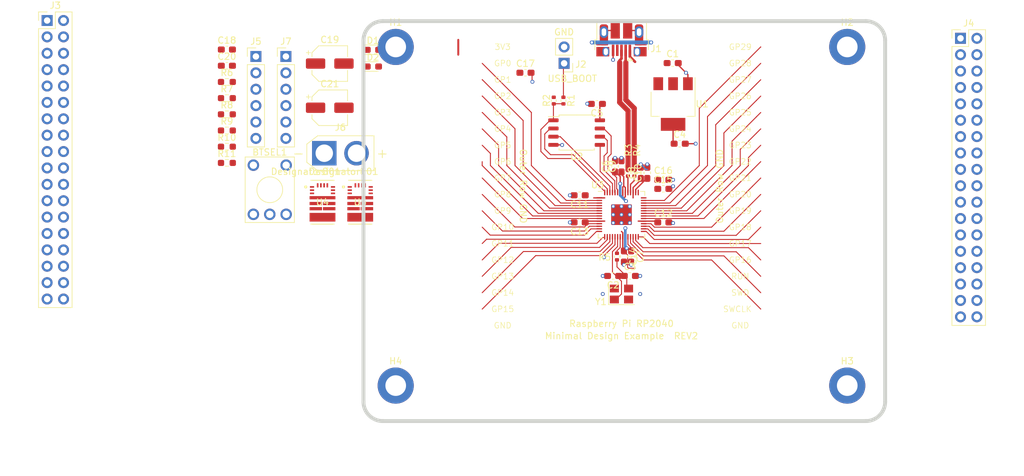
<source format=kicad_pcb>
(kicad_pcb (version 20240108) (generator "pcbnew") (generator_version "8.0")
  (title_block (title "RP2040 Minimal Design Example") (date "2024-01-16") (rev "REV2") (company "Raspberry Pi Ltd"))
  (layers (0 "F.Cu" signal) (31 "B.Cu" signal) (34 "B.Paste" user) (35 "F.Paste" user) (36 "B.SilkS" user "B.Silkscreen") (37 "F.SilkS" user "F.Silkscreen") (38 "B.Mask" user) (39 "F.Mask" user) (44 "Edge.Cuts" user))
  (net 0 "")
  (net 1 "GND")
  (net 2 "VBUS")
  (net 3 "/XIN")
  (net 4 "/XOUT")
  (net 5 "+3V3")
  (net 6 "+1V1")
  (net 8 "/~{USB_BOOT}")
  (net 9 "/GPIO15")
  (net 10 "/GPIO14")
  (net 11 "/GPIO13")
  (net 12 "/USB_BOOT")
  (net 13 "/GPIO11")
  (net 14 "/GPIO10")
  (net 15 "/GPIO9")
  (net 16 "/GPIO8")
  (net 17 "/GPIO7")
  (net 18 "/GPIO6")
  (net 19 "/GPIO5")
  (net 20 "/GPIO4")
  (net 21 "/GPIO3")
  (net 22 "/GPIO2")
  (net 23 "/GPIO1")
  (net 24 "/GPIO0")
  (net 25 "/GPIO29_ADC3")
  (net 26 "/GPIO28_ADC2")
  (net 27 "/GPIO27_ADC1")
  (net 28 "/GPIO26_ADC0")
  (net 29 "/GPIO25")
  (net 30 "/GPIO24")
  (net 31 "/GPIO23")
  (net 32 "/GPIO22")
  (net 33 "/GPIO21")
  (net 34 "/GPIO20")
  (net 35 "/GPIO19")
  (net 36 "/GPIO18")
  (net 37 "VM")
  (net 38 "/GPIO16")
  (net 39 "/RUN")
  (net 40 "/SWD")
  (net 41 "/SWCLK")
  (net 42 "/QSPI_SS")
  (net 43 "Net-(U3-USB_DP)")
  (net 44 "Net-(U3-USB_DM)")
  (net 45 "/QSPI_SD3")
  (net 46 "/QSPI_SCLK")
  (net 47 "/QSPI_SD0")
  (net 48 "/QSPI_SD2")
  (net 49 "/QSPI_SD1")
  (net 50 "/USB_D+")
  (net 51 "/USB_D-")
  (net 52 "Net-(C3-Pad1)")
  (net 53 "Net-(D1-K)")
  (net 54 "Net-(D2-K)")
  (net 55 "Net-(J5-Pin_5)")
  (net 56 "Net-(J5-Pin_6)")
  (net 57 "Net-(J7-Pin_6)")
  (net 58 "Net-(J7-Pin_5)")
  (net 59 "Net-(U4-SR)")
  (net 60 "Net-(U5-SR)")
  (footprint "Capacitor_SMD:C_0603_1608Metric_Pad1.08x0.95mm_HandSolder" (layer "F.Cu") (at 109.025 89)
    (property "Reference" "C4")
    (property "Value" "10u")
  )
  (footprint "RP2040_minimal:USB_Micro-B_Amphenol_10103594-0001LF_Horizontal_modified" (layer "F.Cu") (at 100 71.7 180)
    (property "Reference" "J1")
    (property "Value" "USB_B_Micro")
  )
  (footprint "Connector_PinHeader_2.54mm:PinHeader_1x02_P2.54mm_Vertical" (layer "F.Cu") (at 91.11 76.54 180)
    (property "Reference" "J2")
    (property "Value" "Conn_01x02")
  )
  (footprint "Connector_PinHeader_2.54mm:PinHeader_2x18_P2.54mm_Vertical" (layer "F.Cu") (at 10.96 69.9)
    (property "Reference" "J3")
    (property "Value" "Conn_02x18_Odd_Even")
  )
  (footprint "Capacitor_SMD:C_0603_1608Metric_Pad1.08x0.95mm_HandSolder" (layer "F.Cu") (at 104 93.515 90)
    (property "Reference" "C10")
    (property "Value" "1u")
  )
  (footprint "Capacitor_SMD:C_0603_1608Metric_Pad1.08x0.95mm_HandSolder" (layer "F.Cu") (at 103 93.515 90)
    (property "Reference" "C8")
    (property "Value" "1u")
  )
  (footprint "Capacitor_SMD:C_0603_1608Metric_Pad1.08x0.95mm_HandSolder" (layer "F.Cu") (at 93.515 101.2 180)
    (property "Reference" "C13")
    (property "Value" "100n")
  )
  (footprint "Capacitor_SMD:C_0603_1608Metric_Pad1.08x0.95mm_HandSolder" (layer "F.Cu") (at 96.185 82.83 180)
    (property "Reference" "C5")
    (property "Value" "100n")
  )
  (footprint "Resistor_SMD:R_0402_1005Metric" (layer "F.Cu") (at 89.5 82.315 -90)
    (property "Reference" "R2")
    (property "Value" "DNF")
  )
  (footprint "Connector_PinHeader_2.54mm:PinHeader_2x18_P2.54mm_Vertical" (layer "F.Cu") (at 152.56 72.66)
    (property "Reference" "J4")
    (property "Value" "Conn_02x18_Odd_Even")
  )
  (footprint "Package_TO_SOT_SMD:SOT-223-3_TabPin2" (layer "F.Cu") (at 108 82.85 -90)
    (property "Reference" "U1")
    (property "Value" "NCP1117-3.3_SOT223")
  )
  (footprint "Package_SO:SOIC-8_5.23x5.23mm_P1.27mm" (layer "F.Cu") (at 93.05 87.275)
    (property "Reference" "U2")
    (property "Value" "W25Q128JVS")
  )
  (footprint "Resistor_SMD:R_0402_1005Metric" (layer "F.Cu") (at 91 82.315 90)
    (property "Reference" "R1")
    (property "Value" "1k")
  )
  (footprint "Capacitor_SMD:C_0603_1608Metric_Pad1.08x0.95mm_HandSolder" (layer "F.Cu") (at 100 92.515 90)
    (property "Reference" "C9")
    (property "Value" "100n")
  )
  (footprint "Capacitor_SMD:C_0603_1608Metric_Pad1.08x0.95mm_HandSolder" (layer "F.Cu") (at 106.485 101.2)
    (property "Reference" "C12")
    (property "Value" "100n")
  )
  (footprint "Capacitor_SMD:C_0603_1608Metric_Pad1.08x0.95mm_HandSolder" (layer "F.Cu") (at 100.381 106.485 -90)
    (property "Reference" "C14")
    (property "Value" "100n")
  )
  (footprint "Resistor_SMD:R_0402_1005Metric" (layer "F.Cu") (at 101 93.515 -90)
    (property "Reference" "R3")
    (property "Value" "27")
  )
  (footprint "Capacitor_SMD:C_0603_1608Metric_Pad1.08x0.95mm_HandSolder" (layer "F.Cu") (at 101.5 106.485 -90)
    (property "Reference" "C7")
    (property "Value" "100n")
  )
  (footprint "Capacitor_SMD:C_0603_1608Metric_Pad1.08x0.95mm_HandSolder" (layer "F.Cu") (at 107.9375 76.5)
    (property "Reference" "C1")
    (property "Value" "10u")
  )
  (footprint "Capacitor_SMD:C_0603_1608Metric_Pad1.08x0.95mm_HandSolder" (layer "F.Cu") (at 93.515 97 180)
    (property "Reference" "C11")
    (property "Value" "100n")
  )
  (footprint "Capacitor_SMD:C_0603_1608Metric_Pad1.08x0.95mm_HandSolder" (layer "F.Cu") (at 106.485 94.6)
    (property "Reference" "C16")
    (property "Value" "100n")
  )
  (footprint "RP2040_minimal:RP2040-QFN-56" (layer "F.Cu") (at 100 100)
    (property "Reference" "U3")
    (property "Value" "RP2040")
  )
  (footprint "MountingHole:MountingHole_3.2mm_M3_DIN965_Pad_TopBottom" (layer "F.Cu") (at 135 74)
    (property "Reference" "H2")
    (property "Value" "MountingHole")
  )
  (footprint "Resistor_SMD:R_0402_1005Metric" (layer "F.Cu") (at 102 93.515 -90)
    (property "Reference" "R4")
    (property "Value" "27")
  )
  (footprint "MountingHole:MountingHole_3.2mm_M3_DIN965_Pad_TopBottom" (layer "F.Cu") (at 135 126.5)
    (property "Reference" "H3")
    (property "Value" "MountingHole")
  )
  (footprint "Capacitor_SMD:C_0603_1608Metric_Pad1.08x0.95mm_HandSolder" (layer "F.Cu") (at 99 92.515 90)
    (property "Reference" "C6")
    (property "Value" "100n")
  )
  (footprint "Capacitor_SMD:C_0603_1608Metric_Pad1.08x0.95mm_HandSolder" (layer "F.Cu") (at 106.485 96)
    (property "Reference" "C15")
    (property "Value" "100n")
  )
  (footprint "MountingHole:MountingHole_3.2mm_M3_DIN965_Pad_TopBottom" (layer "F.Cu") (at 65 74)
    (property "Reference" "H1")
    (property "Value" "MountingHole")
  )
  (footprint "MountingHole:MountingHole_3.2mm_M3_DIN965_Pad_TopBottom" (layer "F.Cu") (at 65 126.5)
    (property "Reference" "H4")
    (property "Value" "MountingHole")
  )
  (footprint "Capacitor_SMD:C_0603_1608Metric_Pad1.08x0.95mm_HandSolder" (layer "F.Cu") (at 85.115 78)
    (property "Reference" "C17")
    (property "Value" "10u")
  )
  (footprint "Capacitor_SMD:C_0603_1608Metric_Pad1.08x0.95mm_HandSolder" (layer "F.Cu") (at 38.824997 74.405)
    (property "Reference" "C18")
    (property "Value" "0.1u")
  )
  (footprint "Connector_PinHeader_2.54mm:PinHeader_1x06_P2.54mm_Vertical" (layer "F.Cu") (at 43.324997 75.475)
    (property "Reference" "J5")
    (property "Value" "Conn_01x06_Pin")
  )
  (footprint "Button_Switch_THT:KSA_Tactile_SPST" (layer "F.Cu") (at 42.934997 92.33)
    (property "Reference" "BTSEL1")
    (property "Value" "SW_Push")
  )
  (footprint "Capacitor_SMD:C_0603_1608Metric_Pad1.08x0.95mm_HandSolder" (layer "F.Cu") (at 98.7 109.5 180)
    (property "Reference" "C2")
    (property "Value" "15p")
  )
  (footprint "LED_SMD:LED_0603_1608Metric_Pad1.05x0.95mm_HandSolder" (layer "F.Cu") (at 61.469997 74.445)
    (property "Reference" "D1")
    (property "Value" "LED")
  )
  (footprint "Capacitor_SMD:CP_Elec_5x5.4" (layer "F.Cu") (at 54.774997 76.575)
    (property "Reference" "C19")
    (property "Value" "10u")
  )
  (footprint "Resistor_SMD:R_0603_1608Metric_Pad0.98x0.95mm_HandSolder" (layer "F.Cu") (at 38.824997 81.935)
    (property "Reference" "R7")
    (property "Value" "2k")
  )
  (footprint "Capacitor_SMD:C_0603_1608Metric_Pad1.08x0.95mm_HandSolder" (layer "F.Cu") (at 101.3 109.5)
    (property "Reference" "C3")
    (property "Value" "15p")
  )
  (footprint "Resistor_SMD:R_0603_1608Metric_Pad0.98x0.95mm_HandSolder" (layer "F.Cu") (at 38.824997 86.955)
    (property "Reference" "R9")
    (property "Value" "R")
  )
  (footprint "Crystal:Crystal_SMD_3225-4Pin_3.2x2.5mm" (layer "F.Cu") (at 100 112.3)
    (property "Reference" "Y1")
    (property "Value" "ABM8-272-T3")
  )
  (footprint "Capacitor_SMD:CP_Elec_5x5.4" (layer "F.Cu") (at 54.774997 83.425)
    (property "Reference" "C21")
    (property "Value" "10u")
  )
  (footprint "Resistor_SMD:R_0603_1608Metric_Pad0.98x0.95mm_HandSolder" (layer "F.Cu") (at 38.824997 89.465)
    (property "Reference" "R10")
    (property "Value" "430")
  )
  (footprint "Capacitor_SMD:C_0603_1608Metric_Pad1.08x0.95mm_HandSolder" (layer "F.Cu") (at 38.824997 76.915)
    (property "Reference" "C20")
    (property "Value" "0.1u")
  )
  (footprint "Resistor_SMD:R_0603_1608Metric_Pad0.98x0.95mm_HandSolder" (layer "F.Cu") (at 38.824997 79.425)
    (property "Reference" "R6")
    (property "Value" "R")
  )
  (footprint "Resistor_SMD:R_0603_1608Metric_Pad0.98x0.95mm_HandSolder" (layer "F.Cu") (at 38.824997 91.975)
    (property "Reference" "R11")
    (property "Value" "430")
  )
  (footprint "Connector_PinHeader_2.54mm:PinHeader_1x06_P2.54mm_Vertical" (layer "F.Cu") (at 47.974997 75.475)
    (property "Reference" "J7")
    (property "Value" "Conn_01x06_Pin")
  )
  (footprint "Connector_AMASS:AMASS_XT30U-M_1x02_P5.0mm_Vertical" (layer "F.Cu") (at 53.924997 90.475)
    (property "Reference" "J6")
    (property "Value" "Conn_01x02")
  )
  (footprint "Resistor_SMD:R_0402_1005Metric" (layer "F.Cu") (at 99.3 106.5 -90)
    (property "Reference" "R5")
    (property "Value" "1k")
  )
  (footprint "footprints:RXZ0016A-MFG" (layer "F.Cu") (at 59.5 98.075001)
    (property "Reference" "U5")
    (property "Value" "DRV8245HQRXZRQ1")
  )
  (footprint "Resistor_SMD:R_0603_1608Metric_Pad0.98x0.95mm_HandSolder" (layer "F.Cu") (at 38.824997 84.445)
    (property "Reference" "R8")
    (property "Value" "2k")
  )
  (footprint "LED_SMD:LED_0603_1608Metric_Pad1.05x0.95mm_HandSolder" (layer "F.Cu") (at 61.469997 77.035)
    (property "Reference" "D2")
    (property "Value" "LED")
  )
  (footprint "footprints:RXZ0016A-MFG" (layer "F.Cu") (at 53.649998 98.075001)
    (property "Reference" "U4")
    (property "Value" "DRV8245HQRXZRQ1")
  )
  (gr_line (start 137.87868 132) (end 63 132) (stroke (width 0.6)) (layer "Edge.Cuts"))
  (gr_line (start 140.87868 73) (end 140.87868 129) (stroke (width 0.6)) (layer "Edge.Cuts"))
  (gr_line (start 63 70) (end 137.87868 70) (stroke (width 0.6)) (layer "Edge.Cuts"))
  (gr_line (start 60 129) (end 60 73) (stroke (width 0.6)) (layer "Edge.Cuts"))
  (gr_arc (start 140.87868 129) (mid 140 131.12132) (end 137.87868 132) (stroke (width 0.6)) (layer "Edge.Cuts"))
  (gr_arc (start 137.87868 70) (mid 140 70.87868) (end 140.87868 73) (stroke (width 0.6)) (layer "Edge.Cuts"))
  (gr_arc (start 60 73) (mid 60.87868 70.87868) (end 63 70) (stroke (width 0.6)) (layer "Edge.Cuts"))
  (gr_arc (start 63 132) (mid 60.87868 131.12132) (end 60 129) (stroke (width 0.6)) (layer "Edge.Cuts"))
  (gr_text "GP1" (at 81.585 79.08 0) (layer "F.SilkS") (effects (font (size 0.9 0.9) (thickness 0.1))))
  (gr_text "GP2" (at 81.585 81.62 0) (layer "F.SilkS") (effects (font (size 0.9 0.9) (thickness 0.1))))
  (gr_text "GP3" (at 81.585 84.16 0) (layer "F.SilkS") (effects (font (size 0.9 0.9) (thickness 0.1))))
  (gr_text "GP4" (at 81.585 86.7 0) (layer "F.SilkS") (effects (font (size 0.9 0.9) (thickness 0.1))))
  (gr_text "GP5" (at 81.585 89.24 0) (layer "F.SilkS") (effects (font (size 0.9 0.9) (thickness 0.1))))
  (gr_text "GP6" (at 81.585 91.78 0) (layer "F.SilkS") (effects (font (size 0.9 0.9) (thickness 0.1))))
  (gr_text "GP7" (at 81.585 94.32 0) (layer "F.SilkS") (effects (font (size 0.9 0.9) (thickness 0.1))))
  (gr_text "GP8" (at 81.585 96.86 0) (layer "F.SilkS") (effects (font (size 0.9 0.9) (thickness 0.1))))
  (gr_text "GP9" (at 81.585 99.4 0) (layer "F.SilkS") (effects (font (size 0.9 0.9) (thickness 0.1))))
  (gr_text "GP11" (at 81.585 104.48 0) (layer "F.SilkS") (effects (font (size 0.9 0.9) (thickness 0.1))))
  (gr_text "GP10" (at 81.585 101.94 0) (layer "F.SilkS") (effects (font (size 0.9 0.9) (thickness 0.1))))
  (gr_text "GP12" (at 81.585 107.02 0) (layer "F.SilkS") (effects (font (size 0.9 0.9) (thickness 0.1))))
  (gr_text "GP13" (at 81.585 109.56 0) (layer "F.SilkS") (effects (font (size 0.9 0.9) (thickness 0.1))))
  (gr_text "GP15" (at 81.585 114.64 0) (layer "F.SilkS") (effects (font (size 0.9 0.9) (thickness 0.1))))
  (gr_text "GP14" (at 81.585 112.1 0) (layer "F.SilkS") (effects (font (size 0.9 0.9) (thickness 0.1))))
  (gr_text "GP28" (at 118.415 76.54 0) (layer "F.SilkS") (effects (font (size 0.9 0.9) (thickness 0.1))))
  (gr_text "GP27" (at 118.415 79.08 0) (layer "F.SilkS") (effects (font (size 0.9 0.9) (thickness 0.1))))
  (gr_text "GP26" (at 118.415 81.62 0) (layer "F.SilkS") (effects (font (size 0.9 0.9) (thickness 0.1))))
  (gr_text "GP25" (at 118.415 84.16 0) (layer "F.SilkS") (effects (font (size 0.9 0.9) (thickness 0.1))))
  (gr_text "GP24" (at 118.415 86.7 0) (layer "F.SilkS") (effects (font (size 0.9 0.9) (thickness 0.1))))
  (gr_text "GP23" (at 118.415 89.24 0) (layer "F.SilkS") (effects (font (size 0.9 0.9) (thickness 0.1))))
  (gr_text "GP21" (at 118.415 94.32 0) (layer "F.SilkS") (effects (font (size 0.9 0.9) (thickness 0.1))))
  (gr_text "GP20" (at 118.415 96.86 0) (layer "F.SilkS") (effects (font (size 0.9 0.9) (thickness 0.1))))
  (gr_text "GP19" (at 118.415 99.4 0) (layer "F.SilkS") (effects (font (size 0.9 0.9) (thickness 0.1))))
  (gr_text "GP17" (at 118.415 104.48 0) (layer "F.SilkS") (effects (font (size 0.9 0.9) (thickness 0.1))))
  (gr_text "GP22" (at 118.415 91.78 0) (layer "F.SilkS") (effects (font (size 0.9 0.9) (thickness 0.1))))
  (gr_text "GP18" (at 118.415 101.94 0) (layer "F.SilkS") (effects (font (size 0.9 0.9) (thickness 0.1))))
  (gr_text "SWCLK" (at 117.9705 114.64 0) (layer "F.SilkS") (effects (font (size 0.9 0.9) (thickness 0.1))))
  (gr_text "SWD" (at 118.415 112.1 0) (layer "F.SilkS") (effects (font (size 0.9 0.9) (thickness 0.1))))
  (gr_text "GP16" (at 118.415 107.02 0) (layer "F.SilkS") (effects (font (size 0.9 0.9) (thickness 0.1))))
  (gr_text "RUN" (at 118.415 109.56 0) (layer "F.SilkS") (effects (font (size 0.9 0.9) (thickness 0.1))))
  (gr_text "GND" (at 81.585 117.18 0) (layer "F.SilkS") (effects (font (size 0.9 0.9) (thickness 0.1))))
  (gr_text "GND" (at 118.415 117.18 0) (layer "F.SilkS") (effects (font (size 0.9 0.9) (thickness 0.1))))
  (gr_text "GP29" (at 118.415 74 0) (layer "F.SilkS") (effects (font (size 0.9 0.9) (thickness 0.1))))
  (gr_text "Outer Row GND" (at 84.76 95.59 270) (layer "F.SilkS") (effects (font (size 1 1))))
  (gr_text "Outer Row GND" (at 115.24 95.59 90) (layer "F.SilkS") (effects (font (size 1 1))))
  (gr_text "Raspberry Pi RP2040" (at 100 116.9 0) (layer "F.SilkS") (effects (font (size 1 1))))
  (gr_text "Minimal Design Example  REV2" (at 100 118.8 0) (layer "F.SilkS") (effects (font (size 1 1))))
  (gr_text "GND" (at 91.1 71.7 0) (layer "F.SilkS") (effects (font (size 1 1))))
  (gr_text "GP0" (at 81.585 76.54 0) (layer "F.SilkS") (effects (font (size 0.9 0.9) (thickness 0.1))))
  (gr_text "3V3" (at 81.585 74 0) (layer "F.SilkS") (effects (font (size 0.9 0.9) (thickness 0.1))))
  (gr_text "\nUSB_BOOT" (at 92.38 78.1 0) (layer "F.SilkS") (effects (font (size 1 1))))
  (segment (start 93.03 101.2) (end 92 101.2) (width 0.2) (layer "F.Cu") (net 1))
  (segment (start 104 93.03) (end 104 92.2) (width 0.2) (layer "F.Cu") (net 1))
  (segment (start 106.97 101.2) (end 107.075 101.305) (width 0.2) (layer "F.Cu") (net 1))
  (segment (start 106.97 94.6) (end 108 94.6) (width 0.2) (layer "F.Cu") (net 1))
  (segment (start 98.7 74.6) (end 98.7 76) (width 0.2) (layer "F.Cu") (net 1))
  (segment (start 107.075 101.305) (end 108 101.305) (width 0.2) (layer "F.Cu") (net 1))
  (segment (start 110.3 79.7) (end 110.3 78.3) (width 0.2) (layer "F.Cu") (net 1))
  (segment (start 102.46 71.45) (end 102.73 71.72) (width 0.2) (layer "F.Cu") (net 1))
  (segment (start 110.3 78.3) (end 110 78) (width 0.2) (layer "F.Cu") (net 1))
  (segment (start 95.375 82.8) (end 94.7 82.8) (width 0.2) (layer "F.Cu") (net 1))
  (segment (start 101.5 106.97) (end 101.5 107.782004) (width 0.2) (layer "F.Cu") (net 1))
  (segment (start 106.97 96) (end 107.6 96) (width 0.15) (layer "F.Cu") (net 1))
  (segment (start 97.54 71.45) (end 97.27 71.72) (width 0.2) (layer "F.Cu") (net 1))
  (segment (start 108.875 76.875) (end 110 78) (width 0.2) (layer "F.Cu") (net 1))
  (segment (start 89.45 89.18) (end 90.78 89.18) (width 0.2) (layer "F.Cu") (net 1))
  (segment (start 86.14 78) (end 86.14 79.35) (width 0.15) (layer "F.Cu") (net 1))
  (segment (start 110.05 89) (end 111.5 89) (width 0.2) (layer "F.Cu") (net 1))
  (segment (start 99 104.6545) (end 99 103.4375) (width 0.15) (layer "F.Cu") (net 1))
  (segment (start 99.04 71.45) (end 97.54 71.45) (width 0.2) (layer "F.Cu") (net 1))
  (segment (start 97.3 106.6) (end 97.3 106.3545) (width 0.15) (layer "F.Cu") (net 1))
  (segment (start 99 92.03) (end 99 91.200008) (width 0.2) (layer "F.Cu") (net 1))
  (segment (start 107.6 96) (end 108 95.6) (width 0.15) (layer "F.Cu") (net 1))
  (segment (start 95.7 82.83) (end 95.405 82.83) (width 0.2) (layer "F.Cu") (net 1))
  (segment (start 100.381 107.781984) (end 100.380994 107.78199) (width 0.2) (layer "F.Cu") (net 1))
  (segment (start 100.381 106.97) (end 100.381 107.781984) (width 0.2) (layer "F.Cu") (net 1))
  (segment (start 100 92.03) (end 100 91.2) (width 0.2) (layer "F.Cu") (net 1))
  (segment (start 103 93.03) (end 103 92.2) (width 0.2) (layer "F.Cu") (net 1))
  (segment (start 93.03 97) (end 92 97) (width 0.2) (layer "F.Cu") (net 1))
  (segment (start 95.405 82.83) (end 95.375 82.8) (width 0.2) (layer "F.Cu") (net 1))
  (segment (start 90.78 89.18) (end 90.8 89.2) (width 0.2) (layer "F.Cu") (net 1))
  (segment (start 86.14 79.35) (end 86.19 79.4) (width 0.15) (layer "F.Cu") (net 1))
  (segment (start 97.3 106.3545) (end 99 104.6545) (width 0.15) (layer "F.Cu") (net 1))
  (segment (start 100.96 71.45) (end 102.46 71.45) (width 0.2) (layer "F.Cu") (net 1))
  (segment (start 108.875 76.5) (end 108.875 76.875) (width 0.2) (layer "F.Cu") (net 1))
  (via (at 97.1 112.3) (size 0.6) (drill 0.35) (layers "F.Cu" "B.Cu") (net 1))
  (via (at 97.1 109.5) (size 0.6) (drill 0.35) (layers "F.Cu" "B.Cu") (net 1))
  (via (at 102.9 109.5) (size 0.6) (drill 0.35) (layers "F.Cu" "B.Cu") (net 1))
  (via (at 99 91.200008) (size 0.6) (drill 0.35) (layers "F.Cu" "B.Cu") (net 1))
  (via (at 97.3 106.6) (size 0.6) (drill 0.35) (layers "F.Cu" "B.Cu") (net 1))
  (via (at 92 97) (size 0.6) (drill 0.35) (layers "F.Cu" "B.Cu") (net 1))
  (via (at 98.7 76) (size 0.6) (drill 0.35) (layers "F.Cu" "B.Cu") (net 1))
  (via (at 108 101.305) (size 0.6) (drill 0.35) (layers "F.Cu" "B.Cu") (net 1))
  (via (at 86.19 79.4) (size 0.6) (drill 0.35) (layers "F.Cu" "B.Cu") (net 1))
  (via (at 101.5 107.782004) (size 0.6) (drill 0.35) (layers "F.Cu" "B.Cu") (net 1))
  (via (at 102.9 112.3) (size 0.6) (drill 0.35) (layers "F.Cu" "B.Cu") (net 1))
  (via (at 92 101.2) (size 0.6) (drill 0.35) (layers "F.Cu" "B.Cu") (net 1))
  (via (at 108 94.6) (size 0.6) (drill 0.35) (layers "F.Cu" "B.Cu") (net 1))
  (via (at 111.5 89) (size 0.6) (drill 0.35) (layers "F.Cu" "B.Cu") (net 1))
  (via (at 103 92.2) (size 0.6) (drill 0.35) (layers "F.Cu" "B.Cu") (net 1))
  (via (at 94.7 82.8) (size 0.6) (drill 0.35) (layers "F.Cu" "B.Cu") (net 1))
  (via (at 100.380994 107.78199) (size 0.6) (drill 0.35) (layers "F.Cu" "B.Cu") (net 1))
  (via (at 108 95.6) (size 0.6) (drill 0.35) (layers "F.Cu" "B.Cu") (net 1))
  (via (at 90.8 89.2) (size 0.6) (drill 0.35) (layers "F.Cu" "B.Cu") (net 1))
  (via (at 104 92.2) (size 0.6) (drill 0.35) (layers "F.Cu" "B.Cu") (net 1))
  (via (at 110 78) (size 0.6) (drill 0.35) (layers "F.Cu" "B.Cu") (net 1))
  (via (at 100 91.2) (size 0.6) (drill 0.35) (layers "F.Cu" "B.Cu") (net 1))
  (segment (start 103.299999 92.499999) (end 103 92.2) (width 0.2) (layer "B.Cu") (net 1))
  (segment (start 104 93) (end 103.8 93) (width 0.2) (layer "B.Cu") (net 1))
  (segment (start 103.8 93) (end 103.299999 92.499999) (width 0.2) (layer "B.Cu") (net 1))
  (segment (start 101.3 74.525) (end 101.3 75.5) (width 0.4) (layer "F.Cu") (net 2))
  (segment (start 101.3 75.5) (end 102.1 76.3) (width 0.4) (layer "F.Cu") (net 2))
  (segment (start 99.4 104.937861) (end 98.6 105.737861) (width 0.15) (layer "F.Cu") (net 3))
  (segment (start 99.4 103.4375) (end 99.4 104.937861) (width 0.15) (layer "F.Cu") (net 3))
  (segment (start 98.6 108.92) (end 99.18 109.5) (width 0.15) (layer "F.Cu") (net 3))
  (segment (start 99.18 109.5) (end 100 110.32) (width 0.15) (layer "F.Cu") (net 3))
  (segment (start 98.6 105.737861) (end 98.6 108.92) (width 0.15) (layer "F.Cu") (net 3))
  (segment (start 100 112.3) (end 99.15 113.15) (width 0.15) (layer "F.Cu") (net 3))
  (segment (start 99.15 113.15) (end 98.9 113.15) (width 0.15) (layer "F.Cu") (net 3))
  (segment (start 100 110.32) (end 100 112.3) (width 0.15) (layer "F.Cu") (net 3))
  (segment (start 99.8 105.1) (end 99.3 105.6) (width 0.15) (layer "F.Cu") (net 4))
  (segment (start 99.3 105.6) (end 99.3 105.99) (width 0.15) (layer "F.Cu") (net 4))
  (segment (start 99.8 103.4375) (end 99.8 105.1) (width 0.15) (layer "F.Cu") (net 4))
  (segment (start 96.5625 101) (end 94.2 101) (width 0.2) (layer "F.Cu") (net 5))
  (segment (start 100.2 102.8) (end 100 102.6) (width 0.2) (layer "F.Cu") (net 5))
  (segment (start 94.2 101) (end 94 101.2) (width 0.2) (layer "F.Cu") (net 5))
  (segment (start 100.9525 106.2515) (end 100.9525 108.163) (width 0.15) (layer "F.Cu") (net 5))
  (segment (start 103.4375 101) (end 102.6 101) (width 0.2) (layer "F.Cu") (net 5))
  (segment (start 100.2 95.7) (end 100.2 96.5625) (width 0.2) (layer "F.Cu") (net 5))
  (segment (start 96.5625 101) (end 97.4 101) (width 0.2) (layer "F.Cu") (net 5))
  (segment (start 100.2 105.5055) (end 100.381 105.6865) (width 0.2) (layer "F.Cu") (net 5))
  (segment (start 100.6 95.799998) (end 100.350001 95.549999) (width 0.2) (layer "F.Cu") (net 5))
  (segment (start 100.381 106) (end 100.701 106) (width 0.15) (layer "F.Cu") (net 5))
  (segment (start 100.6 97.2) (end 100.4 97.4) (width 0.2) (layer "F.Cu") (net 5))
  (segment (start 103.4375 101) (end 105.8 101) (width 0.2) (layer "F.Cu") (net 5))
  (segment (start 101.096505 108.307005) (end 102.141995 108.307005) (width 0.15) (layer "F.Cu") (net 5))
  (segment (start 97.4 103.4375) (end 97.3 103.5375) (width 0.15) (layer "F.Cu") (net 5))
  (segment (start 100.701 106) (end 100.9525 106.2515) (width 0.15) (layer "F.Cu") (net 5))
  (segment (start 100.350001 94.112535) (end 100.350001 95.549999) (width 0.2) (layer "F.Cu") (net 5))
  (segment (start 100.2 103.4375) (end 100.2 105.5055) (width 0.2) (layer "F.Cu") (net 5))
  (segment (start 105.8 101) (end 106 101.2) (width 0.2) (layer "F.Cu") (net 5))
  (segment (start 96.5625 97.4) (end 97.4 97.4) (width 0.2) (layer "F.Cu") (net 5))
  (segment (start 100 93) (end 100 93.762534) (width 0.2) (layer "F.Cu") (net 5))
  (segment (start 100.6 96.5625) (end 100.6 97.2) (width 0.2) (layer "F.Cu") (net 5))
  (segment (start 97.3 103.5375) (end 97.0975 103.5375) (width 0.15) (layer "F.Cu") (net 5))
  (segment (start 80.985 104.445) (end 78.41 107.02) (width 0.15) (layer "F.Cu") (net 5))
  (segment (start 100.9525 108.163) (end 101.096505 108.307005) (width 0.15) (layer "F.Cu") (net 5))
  (segment (start 100.6 96.5625) (end 100.6 95.799998) (width 0.2) (layer "F.Cu") (net 5))
  (segment (start 100.2 96.5625) (end 100.2 97.4) (width 0.2) (layer "F.Cu") (net 5))
  (segment (start 108 86) (end 108 89) (width 0.2) (layer "F.Cu") (net 5))
  (segment (start 100.381 105.6865) (end 100.381 106) (width 0.2) (layer "F.Cu") (net 5))
  (segment (start 100.350001 95.549999) (end 100.2 95.7) (width 0.2) (layer "F.Cu") (net 5))
  (segment (start 102.2 96.1) (end 103.6 94.7) (width 0.2) (layer "F.Cu") (net 5))
  (segment (start 97.0975 103.5375) (end 96.19 104.445) (width 0.15) (layer "F.Cu") (net 5))
  (segment (start 96.19 104.445) (end 80.985 104.445) (width 0.15) (layer "F.Cu") (net 5))
  (segment (start 100.2 97.4) (end 100.2 97) (width 0.2) (layer "F.Cu") (net 5))
  (segment (start 103.342681 103.4375) (end 104.385181 104.48) (width 0.15) (layer "F.Cu") (net 5))
  (segment (start 100 93.762534) (end 100.350001 94.112535) (width 0.2) (layer "F.Cu") (net 5))
  (segment (start 102.6 103.4375) (end 103.342681 103.4375) (width 0.15) (layer "F.Cu") (net 5))
  (segment (start 96.65 85.37) (end 96.65 82.85) (width 0.2) (layer "F.Cu") (net 5))
  (segment (start 100.2 103.4375) (end 100.2 102.8) (width 0.2) (layer "F.Cu") (net 5))
  (segment (start 102.2 96.5625) (end 102.2 96.1) (width 0.2) (layer "F.Cu") (net 5))
  (segment (start 104.385181 104.48) (end 121.59 104.48) (width 0.15) (layer "F.Cu") (net 5))
  (segment (start 96.65 82.85) (end 96.67 82.83) (width 0.2) (layer "F.Cu") (net 5))
  (segment (start 96.5625 97.4) (end 95.7 97.4) (width 0.2) (layer "F.Cu") (net 5))
  (segment (start 74.7 72.9) (end 74.7 75.2) (width 0.3) (layer "F.Cu") (net 5))
  (via (at 104.6 73.3) (size 0.6) (drill 0.35) (layers "F.Cu" "B.Cu") (net 5))
  (via (at 95.4 73.3) (size 0.6) (drill 0.35) (layers "F.Cu" "B.Cu") (net 5))
  (segment (start 104.6 73.3) (end 95.4 73.3) (width 0.6) (layer "B.Cu") (net 5))
  (segment (start 99.8 96.5625) (end 99.8 95.199994) (width 0.2) (layer "F.Cu") (net 6))
  (segment (start 101.8 95.8) (end 103 94.6) (width 0.2) (layer "F.Cu") (net 6))
  (segment (start 99 93.295) (end 99.8 94.095) (width 0.2) (layer "F.Cu") (net 6))
  (segment (start 101.5 105.9) (end 100.8 105.2) (width 0.2) (layer "F.Cu") (net 6))
  (segment (start 100.6 105) (end 100.8 105.2) (width 0.2) (layer "F.Cu") (net 6))
  (segment (start 99.8 94.095) (end 99.8 94.77573) (width 0.2) (layer "F.Cu") (net 6))
  (segment (start 101.5 106) (end 101.5 105.9) (width 0.2) (layer "F.Cu") (net 6))
  (segment (start 101.8 96.5625) (end 101.8 95.8) (width 0.2) (layer "F.Cu") (net 6))
  (segment (start 101.8 96.5625) (end 101.8 97.4) (width 0.2) (layer "F.Cu") (net 6))
  (segment (start 99 93) (end 99 93.295) (width 0.2) (layer "F.Cu") (net 6))
  (segment (start 99.8 94.77573) (end 99.8 95.199994) (width 0.2) (layer "F.Cu") (net 6))
  (segment (start 103 94.6) (end 103 94) (width 0.2) (layer "F.Cu") (net 6))
  (segment (start 100.6 103.4375) (end 100.6 105) (width 0.2) (layer "F.Cu") (net 6))
  (via (at 99.8 95.199994) (size 0.6) (drill 0.35) (layers "F.Cu" "B.Cu") (net 6))
  (via (at 100.7 97.9) (size 0.6) (drill 0.35) (layers "F.Cu" "B.Cu") (net 6))
  (via (at 100.8 105.2) (size 0.6) (drill 0.35) (layers "F.Cu" "B.Cu") (net 6))
  (via (at 100.59997 102.1) (size 0.6) (drill 0.35) (layers "F.Cu" "B.Cu") (net 6))
  (segment (start 100.8 105.2) (end 100.59 104.99) (width 0.4) (layer "B.Cu") (net 6))
  (segment (start 100.59 104.99) (end 100.59 102.10997) (width 0.4) (layer "B.Cu") (net 6))
  (segment (start 100.59 102.10997) (end 100.59997 102.1) (width 0.4) (layer "B.Cu") (net 6))
  (segment (start 99.8 97.01) (end 100.69 97.9) (width 0.4) (layer "B.Cu") (net 6))
  (segment (start 99.8 95.199994) (end 99.8 97.01) (width 0.4) (layer "B.Cu") (net 6))
  (segment (start 100.69 97.9) (end 100.7 97.9) (width 0.4) (layer "B.Cu") (net 6))
  (segment (start 91 76.65) (end 91.11 76.54) (width 0.15) (layer "F.Cu") (net 8))
  (segment (start 91 81.83) (end 91 76.65) (width 0.15) (layer "F.Cu") (net 8))
  (segment (start 98.6 104.437861) (end 96.687861 106.35) (width 0.15) (layer "F.Cu") (net 9))
  (segment (start 96.687861 106.35) (end 86.7 106.35) (width 0.15) (layer "F.Cu") (net 9))
  (segment (start 86.7 106.35) (end 78.41 114.64) (width 0.15) (layer "F.Cu") (net 9))
  (segment (start 98.6 103.4375) (end 98.6 104.437861) (width 0.15) (layer "F.Cu") (net 9))
  (segment (start 84.795 105.715) (end 78.41 112.1) (width 0.15) (layer "F.Cu") (net 10))
  (segment (start 98.2 104.19) (end 96.675 105.715) (width 0.15) (layer "F.Cu") (net 10))
  (segment (start 98.2 103.4375) (end 98.2 104.19) (width 0.15) (layer "F.Cu") (net 10))
  (segment (start 96.675 105.715) (end 84.795 105.715) (width 0.15) (layer "F.Cu") (net 10))
  (segment (start 96.595 105.08) (end 82.89 105.08) (width 0.15) (layer "F.Cu") (net 11))
  (segment (start 82.89 105.08) (end 78.41 109.56) (width 0.15) (layer "F.Cu") (net 11))
  (segment (start 97.8 103.4375) (end 97.8 103.875) (width 0.15) (layer "F.Cu") (net 11))
  (segment (start 97.8 103.875) (end 96.595 105.08) (width 0.15) (layer "F.Cu") (net 11))
  (segment (start 79.08 103.81) (end 78.41 104.48) (width 0.15) (layer "F.Cu") (net 13))
  (segment (start 96.5625 102.6) (end 96.13 102.6) (width 0.15) (layer "F.Cu") (net 13))
  (segment (start 94.92 103.81) (end 79.08 103.81) (width 0.15) (layer "F.Cu") (net 13))
  (segment (start 96.13 102.6) (end 94.92 103.81) (width 0.15) (layer "F.Cu") (net 13))
  (segment (start 96.5625 102.2) (end 95.26 102.2) (width 0.15) (layer "F.Cu") (net 14))
  (segment (start 95.26 102.2) (end 94.285 103.175) (width 0.15) (layer "F.Cu") (net 14))
  (segment (start 79.645 103.175) (end 78.41 101.94) (width 0.15) (layer "F.Cu") (net 14))
  (segment (start 94.285 103.175) (end 79.645 103.175) (width 0.15) (layer "F.Cu") (net 14))
  (segment (start 94.285 102.54) (end 81.55 102.54) (width 0.15) (layer "F.Cu") (net 15))
  (segment (start 81.55 102.54) (end 78.41 99.4) (width 0.15) (layer "F.Cu") (net 15))
  (segment (start 96.5625 101.8) (end 95.025 101.8) (width 0.15) (layer "F.Cu") (net 15))
  (segment (start 95.025 101.8) (end 94.285 102.54) (width 0.15) (layer "F.Cu") (net 15))
  (segment (start 83.455 101.905) (end 78.41 96.86) (width 0.15) (layer "F.Cu") (net 16))
  (segment (start 94.285 101.905) (end 83.455 101.905) (width 0.15) (layer "F.Cu") (net 16))
  (segment (start 94.79 101.4) (end 94.285 101.905) (width 0.15) (layer "F.Cu") (net 16))
  (segment (start 96.5625 101.4) (end 94.79 101.4) (width 0.15) (layer "F.Cu") (net 16))
  (segment (start 96.5625 100.6) (end 84.69 100.6) (width 0.15) (layer "F.Cu") (net 17))
  (segment (start 84.69 100.6) (end 78.41 94.32) (width 0.15) (layer "F.Cu") (net 17))
  (segment (start 86.23 100.2) (end 78.41 92.38) (width 0.15) (layer "F.Cu") (net 18))
  (segment (start 78.41 92.38) (end 78.41 91.78) (width 0.15) (layer "F.Cu") (net 18))
  (segment (start 96.5625 100.2) (end 86.23 100.2) (width 0.15) (layer "F.Cu") (net 18))
  (segment (start 96.5625 99.8) (end 87.1 99.8) (width 0.15) (layer "F.Cu") (net 19))
  (segment (start 79.68 90.51) (end 78.41 89.24) (width 0.15) (layer "F.Cu") (net 19))
  (segment (start 87.1 99.8) (end 79.68 92.38) (width 0.15) (layer "F.Cu") (net 19))
  (segment (start 79.68 92.38) (end 79.68 90.51) (width 0.15) (layer "F.Cu") (net 19))
  (segment (start 80.95 92.38) (end 80.95 89.24) (width 0.15) (layer "F.Cu") (net 20))
  (segment (start 80.95 89.24) (end 78.41 86.7) (width 0.15) (layer "F.Cu") (net 20))
  (segment (start 96.5625 99.4) (end 87.97 99.4) (width 0.15) (layer "F.Cu") (net 20))
  (segment (start 87.97 99.4) (end 80.95 92.38) (width 0.15) (layer "F.Cu") (net 20))
  (segment (start 88.84 99) (end 82.22 92.38) (width 0.15) (layer "F.Cu") (net 21))
  (segment (start 96.5625 99) (end 88.84 99) (width 0.15) (layer "F.Cu") (net 21))
  (segment (start 82.22 87.9525) (end 78.4275 84.16) (width 0.15) (layer "F.Cu") (net 21))
  (segment (start 82.22 92.38) (end 82.22 87.9525) (width 0.15) (layer "F.Cu") (net 21))
  (segment (start 78.4275 84.16) (end 78.41 84.16) (width 0.15) (layer "F.Cu") (net 21))
  (segment (start 96.5625 98.6) (end 89.71 98.6) (width 0.15) (layer "F.Cu") (net 22))
  (segment (start 83.49 86.6825) (end 78.4275 81.62) (width 0.15) (layer "F.Cu") (net 22))
  (segment (start 78.4275 81.62) (end 78.41 81.62) (width 0.15) (layer "F.Cu") (net 22))
  (segment (start 83.49 92.38) (end 83.49 86.6825) (width 0.15) (layer "F.Cu") (net 22))
  (segment (start 89.71 98.6) (end 83.49 92.38) (width 0.15) (layer "F.Cu") (net 22))
  (segment (start 84.76 85.4125) (end 78.4275 79.08) (width 0.15) (layer "F.Cu") (net 23))
  (segment (start 90.58 98.2) (end 84.76 92.38) (width 0.15) (layer "F.Cu") (net 23))
  (segment (start 84.76 92.38) (end 84.76 85.4125) (width 0.15) (layer "F.Cu") (net 23))
  (segment (start 96.5625 98.2) (end 90.58 98.2) (width 0.15) (layer "F.Cu") (net 23))
  (segment (start 78.4275 79.08) (end 78.41 79.08) (width 0.15) (layer "F.Cu") (net 23))
  (segment (start 96.5625 97.8) (end 91.45 97.8) (width 0.15) (layer "F.Cu") (net 24))
  (segment (start 86.03 92.38) (end 86.03 84.16) (width 0.15) (layer "F.Cu") (net 24))
  (segment (start 91.45 97.8) (end 86.03 92.38) (width 0.15) (layer "F.Cu") (net 24))
  (segment (start 86.03 84.16) (end 78.41 76.54) (width 0.15) (layer "F.Cu") (net 24))
  (segment (start 121.58125 74) (end 121.59 74) (width 0.15) (layer "F.Cu") (net 25))
  (segment (start 106.645 97.8) (end 112.065 92.38) (width 0.15) (layer "F.Cu") (net 25))
  (segment (start 112.065 92.38) (end 112.065 83.51625) (width 0.15) (layer "F.Cu") (net 25))
  (segment (start 103.4375 97.8) (end 106.645 97.8) (width 0.15) (layer "F.Cu") (net 25))
  (segment (start 112.065 83.51625) (end 121.58125 74) (width 0.15) (layer "F.Cu") (net 25))
  (segment (start 103.4375 98.2) (end 107.515 98.2) (width 0.15) (layer "F.Cu") (net 26))
  (segment (start 107.515 98.2) (end 113.335 92.38) (width 0.15) (layer "F.Cu") (net 26))
  (segment (start 120.93 77.2) (end 121.59 76.54) (width 0.15) (layer "F.Cu") (net 26))
  (segment (start 113.335 92.38) (end 113.335 84.795) (width 0.15) (layer "F.Cu") (net 26))
  (segment (start 113.335 84.795) (end 120.93 77.2) (width 0.15) (layer "F.Cu") (net 26))
  (segment (start 120.92 79.75) (end 121.59 79.08) (width 0.15) (layer "F.Cu") (net 27))
  (segment (start 114.605 86.065) (end 120.92 79.75) (width 0.15) (layer "F.Cu") (net 27))
  (segment (start 114.605 92.38) (end 114.605 86.065) (width 0.15) (layer "F.Cu") (net 27))
  (segment (start 108.385 98.6) (end 114.605 92.38) (width 0.15) (layer "F.Cu") (net 27))
  (segment (start 103.4375 98.6) (end 108.385 98.6) (width 0.15) (layer "F.Cu") (net 27))
  (segment (start 115.875 92.3975) (end 115.875 87.335) (width 0.15) (layer "F.Cu") (net 28))
  (segment (start 120.92 82.29) (end 121.59 81.62) (width 0.15) (layer "F.Cu") (net 28))
  (segment (start 115.875 87.335) (end 120.92 82.29) (width 0.15) (layer "F.Cu") (net 28))
  (segment (start 103.4375 99) (end 109.2725 99) (width 0.15) (layer "F.Cu") (net 28))
  (segment (start 109.2725 99) (end 115.875 92.3975) (width 0.15) (layer "F.Cu") (net 28))
  (segment (start 103.4375 99.4) (end 110.125 99.4) (width 0.15) (layer "F.Cu") (net 29))
  (segment (start 117.145 92.38) (end 117.145 88.605) (width 0.15) (layer "F.Cu") (net 29))
  (segment (start 117.145 88.605) (end 120.92 84.83) (width 0.15) (layer "F.Cu") (net 29))
  (segment (start 110.125 99.4) (end 117.145 92.38) (width 0.15) (layer "F.Cu") (net 29))
  (segment (start 120.92 84.83) (end 121.59 84.16) (width 0.15) (layer "F.Cu") (net 29))
  (segment (start 118.415 89.875) (end 120.92 87.37) (width 0.15) (layer "F.Cu") (net 30))
  (segment (start 110.995 99.8) (end 118.415 92.38) (width 0.15) (layer "F.Cu") (net 30))
  (segment (start 120.92 87.37) (end 121.59 86.7) (width 0.15) (layer "F.Cu") (net 30))
  (segment (start 118.415 92.38) (end 118.415 89.875) (width 0.15) (layer "F.Cu") (net 30))
  (segment (start 103.4375 99.8) (end 110.995 99.8) (width 0.15) (layer "F.Cu") (net 30))
  (segment (start 119.685 91.145) (end 119.685 92.38) (width 0.15) (layer "F.Cu") (net 31))
  (segment (start 111.865 100.2) (end 105.2 100.2) (width 0.15) (layer "F.Cu") (net 31))
  (segment (start 119.685 92.38) (end 111.865 100.2) (width 0.15) (layer "F.Cu") (net 31))
  (segment (start 121.59 89.24) (end 119.685 91.145) (width 0.15) (layer "F.Cu") (net 31))
  (segment (start 105.2 100.2) (end 103.4375 100.2) (width 0.15) (layer "F.Cu") (net 31))
  (segment (start 120.32 93.05) (end 121.59 91.78) (width 0.15) (layer "F.Cu") (net 32))
  (segment (start 112.77 100.6) (end 120.32 93.05) (width 0.15) (layer "F.Cu") (net 32))
  (segment (start 103.4375 100.6) (end 112.77 100.6) (width 0.15) (layer "F.Cu") (net 32))
  (segment (start 105.10875 101.94) (end 113.97 101.94) (width 0.15) (layer "F.Cu") (net 33))
  (segment (start 120.32 95.59) (end 121.59 94.32) (width 0.15) (layer "F.Cu") (net 33))
  (segment (start 113.97 101.94) (end 120.32 95.59) (width 0.15) (layer "F.Cu") (net 33))
  (segment (start 103.4375 101.4) (end 104.56875 101.4) (width 0.15) (layer "F.Cu") (net 33))
  (segment (start 104.56875 101.4) (end 105.10875 101.94) (width 0.15) (layer "F.Cu") (net 33))
  (segment (start 104.305 101.8) (end 105.08 102.575) (width 0.15) (layer "F.Cu") (net 34))
  (segment (start 115.875 102.575) (end 120.32 98.13) (width 0.15) (layer "F.Cu") (net 34))
  (segment (start 103.4375 101.8) (end 104.305 101.8) (width 0.15) (layer "F.Cu") (net 34))
  (segment (start 120.32 98.13) (end 121.59 96.86) (width 0.15) (layer "F.Cu") (net 34))
  (segment (start 105.08 102.575) (end 115.875 102.575) (width 0.15) (layer "F.Cu") (net 34))
  (segment (start 117.78 103.21) (end 120.32 100.67) (width 0.15) (layer "F.Cu") (net 35))
  (segment (start 120.32 100.67) (end 121.59 99.4) (width 0.15) (layer "F.Cu") (net 35))
  (segment (start 105.08 103.21) (end 117.78 103.21) (width 0.15) (layer "F.Cu") (net 35))
  (segment (start 104.07 102.2) (end 105.08 103.21) (width 0.15) (layer "F.Cu") (net 35))
  (segment (start 103.4375 102.2) (end 104.07 102.2) (width 0.15) (layer "F.Cu") (net 35))
  (segment (start 103.835 102.6) (end 103.4375 102.6) (width 0.15) (layer "F.Cu") (net 36))
  (segment (start 105.08 103.845) (end 103.835 102.6) (width 0.15) (layer "F.Cu") (net 36))
  (segment (start 121.59 101.94) (end 119.685 103.845) (width 0.15) (layer "F.Cu") (net 36))
  (segment (start 119.685 103.845) (end 105.08 103.845) (width 0.15) (layer "F.Cu") (net 36))
  (segment (start 103.315 105.115) (end 102.2 104) (width 0.15) (layer "F.Cu") (net 38))
  (segment (start 119.685 105.115) (end 103.315 105.115) (width 0.15) (layer "F.Cu") (net 38))
  (segment (start 102.2 104) (end 102.2 103.4375) (width 0.15) (layer "F.Cu") (net 38))
  (segment (start 121.59 107.02) (end 119.685 105.115) (width 0.15) (layer "F.Cu") (net 38))
  (segment (start 101.8 104.2) (end 101.8 103.4375) (width 0.15) (layer "F.Cu") (net 39))
  (segment (start 121.59 109.56) (end 117.78 105.75) (width 0.15) (layer "F.Cu") (net 39))
  (segment (start 117.78 105.75) (end 103.35 105.75) (width 0.15) (layer "F.Cu") (net 39))
  (segment (start 103.35 105.75) (end 101.8 104.2) (width 0.15) (layer "F.Cu") (net 39))
  (segment (start 103.385 106.385) (end 101.4 104.4) (width 0.15) (layer "F.Cu") (net 40))
  (segment (start 101.4 104.4) (end 101.4 103.4375) (width 0.15) (layer "F.Cu") (net 40))
  (segment (start 121.59 112.1) (end 115.875 106.385) (width 0.15) (layer "F.Cu") (net 40))
  (segment (start 115.875 106.385) (end 103.385 106.385) (width 0.15) (layer "F.Cu") (net 40))
  (segment (start 113.97 107.02) (end 103.408501 107.02) (width 0.15) (layer "F.Cu") (net 41))
  (segment (start 103.408501 107.02) (end 101 104.611499) (width 0.15) (layer "F.Cu") (net 41))
  (segment (start 121.59 114.64) (end 113.97 107.02) (width 0.15) (layer "F.Cu") (net 41))
  (segment (start 101 104.611499) (end 101 103.4375) (width 0.15) (layer "F.Cu") (net 41))
  (segment (start 97.4 96.4) (end 97.4 96.6) (width 0.15) (layer "F.Cu") (net 42))
  (segment (start 89.45 82.85) (end 89.5 82.8) (width 0.15) (layer "F.Cu") (net 42))
  (segment (start 88.6 91.3) (end 92.3 91.3) (width 0.15) (layer "F.Cu") (net 42))
  (segment (start 87.5 86.8) (end 87.5 90.2) (width 0.15) (layer "F.Cu") (net 42))
  (segment (start 92.3 91.3) (end 97.4 96.4) (width 0.15) (layer "F.Cu") (net 42))
  (segment (start 89.45 85.37) (end 88.93 85.37) (width 0.15) (layer "F.Cu") (net 42))
  (segment (start 87.5 90.2) (end 88.6 91.3) (width 0.15) (layer "F.Cu") (net 42))
  (segment (start 88.93 85.37) (end 87.5 86.8) (width 0.15) (layer "F.Cu") (net 42))
  (segment (start 89.45 85.37) (end 89.45 82.85) (width 0.15) (layer "F.Cu") (net 42))
  (segment (start 89.5 82.8) (end 91 82.8) (width 0.15) (layer "F.Cu") (net 42))
  (segment (start 97.4 96.6) (end 97.4 96.6275) (width 0.15) (layer "F.Cu") (net 42))
  (segment (start 101 96.5625) (end 101 94) (width 0.2) (layer "F.Cu") (net 43))
  (segment (start 101.4 95.3) (end 102 94.7) (width 0.2) (layer "F.Cu") (net 44))
  (segment (start 101.4 96.5625) (end 101.4 95.3) (width 0.2) (layer "F.Cu") (net 44))
  (segment (start 102 94.7) (end 102 94) (width 0.2) (layer "F.Cu") (net 44))
  (segment (start 98.4 87.8) (end 97.24 86.64) (width 0.15) (layer "F.Cu") (net 45))
  (segment (start 99.251321 95.976321) (end 99.251321 94.251321) (width 0.15) (layer "F.Cu") (net 45))
  (segment (start 97.9 92.9) (end 97.9 91.1) (width 0.15) (layer "F.Cu") (net 45))
  (segment (start 99.4 96.125) (end 99.251321 95.976321) (width 0.15) (layer "F.Cu") (net 45))
  (segment (start 99.4 96.5625) (end 99.4 96.125) (width 0.15) (layer "F.Cu") (net 45))
  (segment (start 98.4 90.6) (end 98.4 87.8) (width 0.15) (layer "F.Cu") (net 45))
  (segment (start 99.251321 94.251321) (end 97.9 92.9) (width 0.15) (layer "F.Cu") (net 45))
  (segment (start 97.9 91.1) (end 98.4 90.6) (width 0.15) (layer "F.Cu") (net 45))
  (segment (start 97.24 86.64) (end 96.65 86.64) (width 0.15) (layer "F.Cu") (net 45))
  (segment (start 97.8 88.5) (end 97.21 87.91) (width 0.15) (layer "F.Cu") (net 46))
  (segment (start 99 96.5725) (end 98.95131 96.52381) (width 0.15) (layer "F.Cu") (net 46))
  (segment (start 98.95131 94.75131) (end 97.3 93.1) (width 0.15) (layer "F.Cu") (net 46))
  (segment (start 97.21 87.91) (end 96.65 87.91) (width 0.15) (layer "F.Cu") (net 46))
  (segment (start 98.95131 96.52381) (end 98.95131 94.75131) (width 0.15) (layer "F.Cu") (net 46))
  (segment (start 97.3 90.9) (end 97.8 90.4) (width 0.15) (layer "F.Cu") (net 46))
  (segment (start 97.8 90.4) (end 97.8 88.5) (width 0.15) (layer "F.Cu") (net 46))
  (segment (start 97.3 93.1) (end 97.3 90.9) (width 0.15) (layer "F.Cu") (net 46))
  (segment (start 98.6 95.2) (end 96.7 93.3) (width 0.15) (layer "F.Cu") (net 47))
  (segment (start 96.7 93.3) (end 96.7 89.23) (width 0.15) (layer "F.Cu") (net 47))
  (segment (start 98.6 96.5725) (end 98.6 95.2) (width 0.15) (layer "F.Cu") (net 47))
  (segment (start 96.7 89.23) (end 96.65 89.18) (width 0.15) (layer "F.Cu") (net 47))
  (segment (start 98.2 96.5725) (end 98.2 95.6) (width 0.15) (layer "F.Cu") (net 48))
  (segment (start 98.2 95.6) (end 90.51 87.91) (width 0.15) (layer "F.Cu") (net 48))
  (segment (start 90.51 87.91) (end 89.45 87.91) (width 0.15) (layer "F.Cu") (net 48))
  (segment (start 88.96 86.64) (end 89.45 86.64) (width 0.15) (layer "F.Cu") (net 49))
  (segment (start 88.1 87.5) (end 88.96 86.64) (width 0.15) (layer "F.Cu") (net 49))
  (segment (start 89 90.7) (end 88.1 89.8) (width 0.15) (layer "F.Cu") (net 49))
  (segment (start 88.1 89.8) (end 88.1 87.5) (width 0.15) (layer "F.Cu") (net 49))
  (segment (start 97.8 96) (end 92.5 90.7) (width 0.15) (layer "F.Cu") (net 49))
  (segment (start 97.8 96.5725) (end 97.8 96) (width 0.15) (layer "F.Cu") (net 49))
  (segment (start 92.5 90.7) (end 89 90.7) (width 0.15) (layer "F.Cu") (net 49))
  (segment (start 101.025 83.896752) (end 99.725 82.596752) (width 0.8) (layer "F.Cu") (net 50))
  (segment (start 100 75.8) (end 99.725 76.075) (width 0.4) (layer "F.Cu") (net 50))
  (segment (start 100 74.525) (end 100 75.8) (width 0.4) (layer "F.Cu") (net 50))
  (segment (start 99.725 82.596752) (end 99.725 76.4) (width 0.8) (layer "F.Cu") (net 50))
  (segment (start 101.025 93.005) (end 101.025 83.896752) (width 0.8) (layer "F.Cu") (net 50))
  (segment (start 99.725 76.075) (end 99.725 76.4) (width 0.4) (layer "F.Cu") (net 50))
  (segment (start 101 93.03) (end 101.025 93.005) (width 0.8) (layer "F.Cu") (net 50))
  (segment (start 100.675 82.203248) (end 100.675 76.4) (width 0.8) (layer "F.Cu") (net 51))
  (segment (start 101.975 83.503248) (end 100.675 82.203248) (width 0.8) (layer "F.Cu") (net 51))
  (segment (start 102 93.03) (end 101.975 93.005) (width 0.8) (layer "F.Cu") (net 51))
  (segment (start 101.975 93.005) (end 101.975 83.503248) (width 0.8) (layer "F.Cu") (net 51))
  (segment (start 100.65 74.525) (end 100.65 76.375) (width 0.4) (layer "F.Cu") (net 51))
  (segment (start 100.65 76.375) (end 100.675 76.4) (width 0.4) (layer "F.Cu") (net 51))
  (segment (start 100.7 109.5) (end 100.82 109.5) (width 0.15) (layer "F.Cu") (net 52))
  (segment (start 100.82 111.17) (end 100.82 109.5) (width 0.15) (layer "F.Cu") (net 52))
  (segment (start 101.1 111.45) (end 100.82 111.17) (width 0.15) (layer "F.Cu") (net 52))
  (segment (start 99.3 108.1) (end 100.7 109.5) (width 0.15) (layer "F.Cu") (net 52))
  (segment (start 99.3 107.01) (end 99.3 108.1) (width 0.15) (layer "F.Cu") (net 52))
)
</source>
